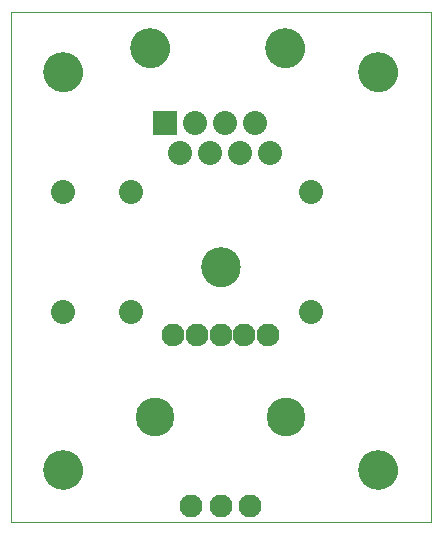
<source format=gbs>
G75*
%MOIN*%
%OFA0B0*%
%FSLAX25Y25*%
%IPPOS*%
%LPD*%
%AMOC8*
5,1,8,0,0,1.08239X$1,22.5*
%
%ADD10C,0.00000*%
%ADD11C,0.08000*%
%ADD12C,0.07687*%
%ADD13C,0.07600*%
%ADD14C,0.12868*%
%ADD15R,0.08000X0.08000*%
%ADD16C,0.13198*%
D10*
X0001000Y0001000D02*
X0001000Y0170961D01*
X0141000Y0171000D01*
X0141000Y0001000D01*
X0001000Y0001000D01*
X0012201Y0018500D02*
X0012203Y0018658D01*
X0012209Y0018816D01*
X0012219Y0018974D01*
X0012233Y0019132D01*
X0012251Y0019289D01*
X0012272Y0019446D01*
X0012298Y0019602D01*
X0012328Y0019758D01*
X0012361Y0019913D01*
X0012399Y0020066D01*
X0012440Y0020219D01*
X0012485Y0020371D01*
X0012534Y0020522D01*
X0012587Y0020671D01*
X0012643Y0020819D01*
X0012703Y0020965D01*
X0012767Y0021110D01*
X0012835Y0021253D01*
X0012906Y0021395D01*
X0012980Y0021535D01*
X0013058Y0021672D01*
X0013140Y0021808D01*
X0013224Y0021942D01*
X0013313Y0022073D01*
X0013404Y0022202D01*
X0013499Y0022329D01*
X0013596Y0022454D01*
X0013697Y0022576D01*
X0013801Y0022695D01*
X0013908Y0022812D01*
X0014018Y0022926D01*
X0014131Y0023037D01*
X0014246Y0023146D01*
X0014364Y0023251D01*
X0014485Y0023353D01*
X0014608Y0023453D01*
X0014734Y0023549D01*
X0014862Y0023642D01*
X0014992Y0023732D01*
X0015125Y0023818D01*
X0015260Y0023902D01*
X0015396Y0023981D01*
X0015535Y0024058D01*
X0015676Y0024130D01*
X0015818Y0024200D01*
X0015962Y0024265D01*
X0016108Y0024327D01*
X0016255Y0024385D01*
X0016404Y0024440D01*
X0016554Y0024491D01*
X0016705Y0024538D01*
X0016857Y0024581D01*
X0017010Y0024620D01*
X0017165Y0024656D01*
X0017320Y0024687D01*
X0017476Y0024715D01*
X0017632Y0024739D01*
X0017789Y0024759D01*
X0017947Y0024775D01*
X0018104Y0024787D01*
X0018263Y0024795D01*
X0018421Y0024799D01*
X0018579Y0024799D01*
X0018737Y0024795D01*
X0018896Y0024787D01*
X0019053Y0024775D01*
X0019211Y0024759D01*
X0019368Y0024739D01*
X0019524Y0024715D01*
X0019680Y0024687D01*
X0019835Y0024656D01*
X0019990Y0024620D01*
X0020143Y0024581D01*
X0020295Y0024538D01*
X0020446Y0024491D01*
X0020596Y0024440D01*
X0020745Y0024385D01*
X0020892Y0024327D01*
X0021038Y0024265D01*
X0021182Y0024200D01*
X0021324Y0024130D01*
X0021465Y0024058D01*
X0021604Y0023981D01*
X0021740Y0023902D01*
X0021875Y0023818D01*
X0022008Y0023732D01*
X0022138Y0023642D01*
X0022266Y0023549D01*
X0022392Y0023453D01*
X0022515Y0023353D01*
X0022636Y0023251D01*
X0022754Y0023146D01*
X0022869Y0023037D01*
X0022982Y0022926D01*
X0023092Y0022812D01*
X0023199Y0022695D01*
X0023303Y0022576D01*
X0023404Y0022454D01*
X0023501Y0022329D01*
X0023596Y0022202D01*
X0023687Y0022073D01*
X0023776Y0021942D01*
X0023860Y0021808D01*
X0023942Y0021672D01*
X0024020Y0021535D01*
X0024094Y0021395D01*
X0024165Y0021253D01*
X0024233Y0021110D01*
X0024297Y0020965D01*
X0024357Y0020819D01*
X0024413Y0020671D01*
X0024466Y0020522D01*
X0024515Y0020371D01*
X0024560Y0020219D01*
X0024601Y0020066D01*
X0024639Y0019913D01*
X0024672Y0019758D01*
X0024702Y0019602D01*
X0024728Y0019446D01*
X0024749Y0019289D01*
X0024767Y0019132D01*
X0024781Y0018974D01*
X0024791Y0018816D01*
X0024797Y0018658D01*
X0024799Y0018500D01*
X0024797Y0018342D01*
X0024791Y0018184D01*
X0024781Y0018026D01*
X0024767Y0017868D01*
X0024749Y0017711D01*
X0024728Y0017554D01*
X0024702Y0017398D01*
X0024672Y0017242D01*
X0024639Y0017087D01*
X0024601Y0016934D01*
X0024560Y0016781D01*
X0024515Y0016629D01*
X0024466Y0016478D01*
X0024413Y0016329D01*
X0024357Y0016181D01*
X0024297Y0016035D01*
X0024233Y0015890D01*
X0024165Y0015747D01*
X0024094Y0015605D01*
X0024020Y0015465D01*
X0023942Y0015328D01*
X0023860Y0015192D01*
X0023776Y0015058D01*
X0023687Y0014927D01*
X0023596Y0014798D01*
X0023501Y0014671D01*
X0023404Y0014546D01*
X0023303Y0014424D01*
X0023199Y0014305D01*
X0023092Y0014188D01*
X0022982Y0014074D01*
X0022869Y0013963D01*
X0022754Y0013854D01*
X0022636Y0013749D01*
X0022515Y0013647D01*
X0022392Y0013547D01*
X0022266Y0013451D01*
X0022138Y0013358D01*
X0022008Y0013268D01*
X0021875Y0013182D01*
X0021740Y0013098D01*
X0021604Y0013019D01*
X0021465Y0012942D01*
X0021324Y0012870D01*
X0021182Y0012800D01*
X0021038Y0012735D01*
X0020892Y0012673D01*
X0020745Y0012615D01*
X0020596Y0012560D01*
X0020446Y0012509D01*
X0020295Y0012462D01*
X0020143Y0012419D01*
X0019990Y0012380D01*
X0019835Y0012344D01*
X0019680Y0012313D01*
X0019524Y0012285D01*
X0019368Y0012261D01*
X0019211Y0012241D01*
X0019053Y0012225D01*
X0018896Y0012213D01*
X0018737Y0012205D01*
X0018579Y0012201D01*
X0018421Y0012201D01*
X0018263Y0012205D01*
X0018104Y0012213D01*
X0017947Y0012225D01*
X0017789Y0012241D01*
X0017632Y0012261D01*
X0017476Y0012285D01*
X0017320Y0012313D01*
X0017165Y0012344D01*
X0017010Y0012380D01*
X0016857Y0012419D01*
X0016705Y0012462D01*
X0016554Y0012509D01*
X0016404Y0012560D01*
X0016255Y0012615D01*
X0016108Y0012673D01*
X0015962Y0012735D01*
X0015818Y0012800D01*
X0015676Y0012870D01*
X0015535Y0012942D01*
X0015396Y0013019D01*
X0015260Y0013098D01*
X0015125Y0013182D01*
X0014992Y0013268D01*
X0014862Y0013358D01*
X0014734Y0013451D01*
X0014608Y0013547D01*
X0014485Y0013647D01*
X0014364Y0013749D01*
X0014246Y0013854D01*
X0014131Y0013963D01*
X0014018Y0014074D01*
X0013908Y0014188D01*
X0013801Y0014305D01*
X0013697Y0014424D01*
X0013596Y0014546D01*
X0013499Y0014671D01*
X0013404Y0014798D01*
X0013313Y0014927D01*
X0013224Y0015058D01*
X0013140Y0015192D01*
X0013058Y0015328D01*
X0012980Y0015465D01*
X0012906Y0015605D01*
X0012835Y0015747D01*
X0012767Y0015890D01*
X0012703Y0016035D01*
X0012643Y0016181D01*
X0012587Y0016329D01*
X0012534Y0016478D01*
X0012485Y0016629D01*
X0012440Y0016781D01*
X0012399Y0016934D01*
X0012361Y0017087D01*
X0012328Y0017242D01*
X0012298Y0017398D01*
X0012272Y0017554D01*
X0012251Y0017711D01*
X0012233Y0017868D01*
X0012219Y0018026D01*
X0012209Y0018184D01*
X0012203Y0018342D01*
X0012201Y0018500D01*
X0064701Y0086000D02*
X0064703Y0086158D01*
X0064709Y0086316D01*
X0064719Y0086474D01*
X0064733Y0086632D01*
X0064751Y0086789D01*
X0064772Y0086946D01*
X0064798Y0087102D01*
X0064828Y0087258D01*
X0064861Y0087413D01*
X0064899Y0087566D01*
X0064940Y0087719D01*
X0064985Y0087871D01*
X0065034Y0088022D01*
X0065087Y0088171D01*
X0065143Y0088319D01*
X0065203Y0088465D01*
X0065267Y0088610D01*
X0065335Y0088753D01*
X0065406Y0088895D01*
X0065480Y0089035D01*
X0065558Y0089172D01*
X0065640Y0089308D01*
X0065724Y0089442D01*
X0065813Y0089573D01*
X0065904Y0089702D01*
X0065999Y0089829D01*
X0066096Y0089954D01*
X0066197Y0090076D01*
X0066301Y0090195D01*
X0066408Y0090312D01*
X0066518Y0090426D01*
X0066631Y0090537D01*
X0066746Y0090646D01*
X0066864Y0090751D01*
X0066985Y0090853D01*
X0067108Y0090953D01*
X0067234Y0091049D01*
X0067362Y0091142D01*
X0067492Y0091232D01*
X0067625Y0091318D01*
X0067760Y0091402D01*
X0067896Y0091481D01*
X0068035Y0091558D01*
X0068176Y0091630D01*
X0068318Y0091700D01*
X0068462Y0091765D01*
X0068608Y0091827D01*
X0068755Y0091885D01*
X0068904Y0091940D01*
X0069054Y0091991D01*
X0069205Y0092038D01*
X0069357Y0092081D01*
X0069510Y0092120D01*
X0069665Y0092156D01*
X0069820Y0092187D01*
X0069976Y0092215D01*
X0070132Y0092239D01*
X0070289Y0092259D01*
X0070447Y0092275D01*
X0070604Y0092287D01*
X0070763Y0092295D01*
X0070921Y0092299D01*
X0071079Y0092299D01*
X0071237Y0092295D01*
X0071396Y0092287D01*
X0071553Y0092275D01*
X0071711Y0092259D01*
X0071868Y0092239D01*
X0072024Y0092215D01*
X0072180Y0092187D01*
X0072335Y0092156D01*
X0072490Y0092120D01*
X0072643Y0092081D01*
X0072795Y0092038D01*
X0072946Y0091991D01*
X0073096Y0091940D01*
X0073245Y0091885D01*
X0073392Y0091827D01*
X0073538Y0091765D01*
X0073682Y0091700D01*
X0073824Y0091630D01*
X0073965Y0091558D01*
X0074104Y0091481D01*
X0074240Y0091402D01*
X0074375Y0091318D01*
X0074508Y0091232D01*
X0074638Y0091142D01*
X0074766Y0091049D01*
X0074892Y0090953D01*
X0075015Y0090853D01*
X0075136Y0090751D01*
X0075254Y0090646D01*
X0075369Y0090537D01*
X0075482Y0090426D01*
X0075592Y0090312D01*
X0075699Y0090195D01*
X0075803Y0090076D01*
X0075904Y0089954D01*
X0076001Y0089829D01*
X0076096Y0089702D01*
X0076187Y0089573D01*
X0076276Y0089442D01*
X0076360Y0089308D01*
X0076442Y0089172D01*
X0076520Y0089035D01*
X0076594Y0088895D01*
X0076665Y0088753D01*
X0076733Y0088610D01*
X0076797Y0088465D01*
X0076857Y0088319D01*
X0076913Y0088171D01*
X0076966Y0088022D01*
X0077015Y0087871D01*
X0077060Y0087719D01*
X0077101Y0087566D01*
X0077139Y0087413D01*
X0077172Y0087258D01*
X0077202Y0087102D01*
X0077228Y0086946D01*
X0077249Y0086789D01*
X0077267Y0086632D01*
X0077281Y0086474D01*
X0077291Y0086316D01*
X0077297Y0086158D01*
X0077299Y0086000D01*
X0077297Y0085842D01*
X0077291Y0085684D01*
X0077281Y0085526D01*
X0077267Y0085368D01*
X0077249Y0085211D01*
X0077228Y0085054D01*
X0077202Y0084898D01*
X0077172Y0084742D01*
X0077139Y0084587D01*
X0077101Y0084434D01*
X0077060Y0084281D01*
X0077015Y0084129D01*
X0076966Y0083978D01*
X0076913Y0083829D01*
X0076857Y0083681D01*
X0076797Y0083535D01*
X0076733Y0083390D01*
X0076665Y0083247D01*
X0076594Y0083105D01*
X0076520Y0082965D01*
X0076442Y0082828D01*
X0076360Y0082692D01*
X0076276Y0082558D01*
X0076187Y0082427D01*
X0076096Y0082298D01*
X0076001Y0082171D01*
X0075904Y0082046D01*
X0075803Y0081924D01*
X0075699Y0081805D01*
X0075592Y0081688D01*
X0075482Y0081574D01*
X0075369Y0081463D01*
X0075254Y0081354D01*
X0075136Y0081249D01*
X0075015Y0081147D01*
X0074892Y0081047D01*
X0074766Y0080951D01*
X0074638Y0080858D01*
X0074508Y0080768D01*
X0074375Y0080682D01*
X0074240Y0080598D01*
X0074104Y0080519D01*
X0073965Y0080442D01*
X0073824Y0080370D01*
X0073682Y0080300D01*
X0073538Y0080235D01*
X0073392Y0080173D01*
X0073245Y0080115D01*
X0073096Y0080060D01*
X0072946Y0080009D01*
X0072795Y0079962D01*
X0072643Y0079919D01*
X0072490Y0079880D01*
X0072335Y0079844D01*
X0072180Y0079813D01*
X0072024Y0079785D01*
X0071868Y0079761D01*
X0071711Y0079741D01*
X0071553Y0079725D01*
X0071396Y0079713D01*
X0071237Y0079705D01*
X0071079Y0079701D01*
X0070921Y0079701D01*
X0070763Y0079705D01*
X0070604Y0079713D01*
X0070447Y0079725D01*
X0070289Y0079741D01*
X0070132Y0079761D01*
X0069976Y0079785D01*
X0069820Y0079813D01*
X0069665Y0079844D01*
X0069510Y0079880D01*
X0069357Y0079919D01*
X0069205Y0079962D01*
X0069054Y0080009D01*
X0068904Y0080060D01*
X0068755Y0080115D01*
X0068608Y0080173D01*
X0068462Y0080235D01*
X0068318Y0080300D01*
X0068176Y0080370D01*
X0068035Y0080442D01*
X0067896Y0080519D01*
X0067760Y0080598D01*
X0067625Y0080682D01*
X0067492Y0080768D01*
X0067362Y0080858D01*
X0067234Y0080951D01*
X0067108Y0081047D01*
X0066985Y0081147D01*
X0066864Y0081249D01*
X0066746Y0081354D01*
X0066631Y0081463D01*
X0066518Y0081574D01*
X0066408Y0081688D01*
X0066301Y0081805D01*
X0066197Y0081924D01*
X0066096Y0082046D01*
X0065999Y0082171D01*
X0065904Y0082298D01*
X0065813Y0082427D01*
X0065724Y0082558D01*
X0065640Y0082692D01*
X0065558Y0082828D01*
X0065480Y0082965D01*
X0065406Y0083105D01*
X0065335Y0083247D01*
X0065267Y0083390D01*
X0065203Y0083535D01*
X0065143Y0083681D01*
X0065087Y0083829D01*
X0065034Y0083978D01*
X0064985Y0084129D01*
X0064940Y0084281D01*
X0064899Y0084434D01*
X0064861Y0084587D01*
X0064828Y0084742D01*
X0064798Y0084898D01*
X0064772Y0085054D01*
X0064751Y0085211D01*
X0064733Y0085368D01*
X0064719Y0085526D01*
X0064709Y0085684D01*
X0064703Y0085842D01*
X0064701Y0086000D01*
X0012201Y0151000D02*
X0012203Y0151158D01*
X0012209Y0151316D01*
X0012219Y0151474D01*
X0012233Y0151632D01*
X0012251Y0151789D01*
X0012272Y0151946D01*
X0012298Y0152102D01*
X0012328Y0152258D01*
X0012361Y0152413D01*
X0012399Y0152566D01*
X0012440Y0152719D01*
X0012485Y0152871D01*
X0012534Y0153022D01*
X0012587Y0153171D01*
X0012643Y0153319D01*
X0012703Y0153465D01*
X0012767Y0153610D01*
X0012835Y0153753D01*
X0012906Y0153895D01*
X0012980Y0154035D01*
X0013058Y0154172D01*
X0013140Y0154308D01*
X0013224Y0154442D01*
X0013313Y0154573D01*
X0013404Y0154702D01*
X0013499Y0154829D01*
X0013596Y0154954D01*
X0013697Y0155076D01*
X0013801Y0155195D01*
X0013908Y0155312D01*
X0014018Y0155426D01*
X0014131Y0155537D01*
X0014246Y0155646D01*
X0014364Y0155751D01*
X0014485Y0155853D01*
X0014608Y0155953D01*
X0014734Y0156049D01*
X0014862Y0156142D01*
X0014992Y0156232D01*
X0015125Y0156318D01*
X0015260Y0156402D01*
X0015396Y0156481D01*
X0015535Y0156558D01*
X0015676Y0156630D01*
X0015818Y0156700D01*
X0015962Y0156765D01*
X0016108Y0156827D01*
X0016255Y0156885D01*
X0016404Y0156940D01*
X0016554Y0156991D01*
X0016705Y0157038D01*
X0016857Y0157081D01*
X0017010Y0157120D01*
X0017165Y0157156D01*
X0017320Y0157187D01*
X0017476Y0157215D01*
X0017632Y0157239D01*
X0017789Y0157259D01*
X0017947Y0157275D01*
X0018104Y0157287D01*
X0018263Y0157295D01*
X0018421Y0157299D01*
X0018579Y0157299D01*
X0018737Y0157295D01*
X0018896Y0157287D01*
X0019053Y0157275D01*
X0019211Y0157259D01*
X0019368Y0157239D01*
X0019524Y0157215D01*
X0019680Y0157187D01*
X0019835Y0157156D01*
X0019990Y0157120D01*
X0020143Y0157081D01*
X0020295Y0157038D01*
X0020446Y0156991D01*
X0020596Y0156940D01*
X0020745Y0156885D01*
X0020892Y0156827D01*
X0021038Y0156765D01*
X0021182Y0156700D01*
X0021324Y0156630D01*
X0021465Y0156558D01*
X0021604Y0156481D01*
X0021740Y0156402D01*
X0021875Y0156318D01*
X0022008Y0156232D01*
X0022138Y0156142D01*
X0022266Y0156049D01*
X0022392Y0155953D01*
X0022515Y0155853D01*
X0022636Y0155751D01*
X0022754Y0155646D01*
X0022869Y0155537D01*
X0022982Y0155426D01*
X0023092Y0155312D01*
X0023199Y0155195D01*
X0023303Y0155076D01*
X0023404Y0154954D01*
X0023501Y0154829D01*
X0023596Y0154702D01*
X0023687Y0154573D01*
X0023776Y0154442D01*
X0023860Y0154308D01*
X0023942Y0154172D01*
X0024020Y0154035D01*
X0024094Y0153895D01*
X0024165Y0153753D01*
X0024233Y0153610D01*
X0024297Y0153465D01*
X0024357Y0153319D01*
X0024413Y0153171D01*
X0024466Y0153022D01*
X0024515Y0152871D01*
X0024560Y0152719D01*
X0024601Y0152566D01*
X0024639Y0152413D01*
X0024672Y0152258D01*
X0024702Y0152102D01*
X0024728Y0151946D01*
X0024749Y0151789D01*
X0024767Y0151632D01*
X0024781Y0151474D01*
X0024791Y0151316D01*
X0024797Y0151158D01*
X0024799Y0151000D01*
X0024797Y0150842D01*
X0024791Y0150684D01*
X0024781Y0150526D01*
X0024767Y0150368D01*
X0024749Y0150211D01*
X0024728Y0150054D01*
X0024702Y0149898D01*
X0024672Y0149742D01*
X0024639Y0149587D01*
X0024601Y0149434D01*
X0024560Y0149281D01*
X0024515Y0149129D01*
X0024466Y0148978D01*
X0024413Y0148829D01*
X0024357Y0148681D01*
X0024297Y0148535D01*
X0024233Y0148390D01*
X0024165Y0148247D01*
X0024094Y0148105D01*
X0024020Y0147965D01*
X0023942Y0147828D01*
X0023860Y0147692D01*
X0023776Y0147558D01*
X0023687Y0147427D01*
X0023596Y0147298D01*
X0023501Y0147171D01*
X0023404Y0147046D01*
X0023303Y0146924D01*
X0023199Y0146805D01*
X0023092Y0146688D01*
X0022982Y0146574D01*
X0022869Y0146463D01*
X0022754Y0146354D01*
X0022636Y0146249D01*
X0022515Y0146147D01*
X0022392Y0146047D01*
X0022266Y0145951D01*
X0022138Y0145858D01*
X0022008Y0145768D01*
X0021875Y0145682D01*
X0021740Y0145598D01*
X0021604Y0145519D01*
X0021465Y0145442D01*
X0021324Y0145370D01*
X0021182Y0145300D01*
X0021038Y0145235D01*
X0020892Y0145173D01*
X0020745Y0145115D01*
X0020596Y0145060D01*
X0020446Y0145009D01*
X0020295Y0144962D01*
X0020143Y0144919D01*
X0019990Y0144880D01*
X0019835Y0144844D01*
X0019680Y0144813D01*
X0019524Y0144785D01*
X0019368Y0144761D01*
X0019211Y0144741D01*
X0019053Y0144725D01*
X0018896Y0144713D01*
X0018737Y0144705D01*
X0018579Y0144701D01*
X0018421Y0144701D01*
X0018263Y0144705D01*
X0018104Y0144713D01*
X0017947Y0144725D01*
X0017789Y0144741D01*
X0017632Y0144761D01*
X0017476Y0144785D01*
X0017320Y0144813D01*
X0017165Y0144844D01*
X0017010Y0144880D01*
X0016857Y0144919D01*
X0016705Y0144962D01*
X0016554Y0145009D01*
X0016404Y0145060D01*
X0016255Y0145115D01*
X0016108Y0145173D01*
X0015962Y0145235D01*
X0015818Y0145300D01*
X0015676Y0145370D01*
X0015535Y0145442D01*
X0015396Y0145519D01*
X0015260Y0145598D01*
X0015125Y0145682D01*
X0014992Y0145768D01*
X0014862Y0145858D01*
X0014734Y0145951D01*
X0014608Y0146047D01*
X0014485Y0146147D01*
X0014364Y0146249D01*
X0014246Y0146354D01*
X0014131Y0146463D01*
X0014018Y0146574D01*
X0013908Y0146688D01*
X0013801Y0146805D01*
X0013697Y0146924D01*
X0013596Y0147046D01*
X0013499Y0147171D01*
X0013404Y0147298D01*
X0013313Y0147427D01*
X0013224Y0147558D01*
X0013140Y0147692D01*
X0013058Y0147828D01*
X0012980Y0147965D01*
X0012906Y0148105D01*
X0012835Y0148247D01*
X0012767Y0148390D01*
X0012703Y0148535D01*
X0012643Y0148681D01*
X0012587Y0148829D01*
X0012534Y0148978D01*
X0012485Y0149129D01*
X0012440Y0149281D01*
X0012399Y0149434D01*
X0012361Y0149587D01*
X0012328Y0149742D01*
X0012298Y0149898D01*
X0012272Y0150054D01*
X0012251Y0150211D01*
X0012233Y0150368D01*
X0012219Y0150526D01*
X0012209Y0150684D01*
X0012203Y0150842D01*
X0012201Y0151000D01*
X0041201Y0159000D02*
X0041203Y0159158D01*
X0041209Y0159316D01*
X0041219Y0159474D01*
X0041233Y0159632D01*
X0041251Y0159789D01*
X0041272Y0159946D01*
X0041298Y0160102D01*
X0041328Y0160258D01*
X0041361Y0160413D01*
X0041399Y0160566D01*
X0041440Y0160719D01*
X0041485Y0160871D01*
X0041534Y0161022D01*
X0041587Y0161171D01*
X0041643Y0161319D01*
X0041703Y0161465D01*
X0041767Y0161610D01*
X0041835Y0161753D01*
X0041906Y0161895D01*
X0041980Y0162035D01*
X0042058Y0162172D01*
X0042140Y0162308D01*
X0042224Y0162442D01*
X0042313Y0162573D01*
X0042404Y0162702D01*
X0042499Y0162829D01*
X0042596Y0162954D01*
X0042697Y0163076D01*
X0042801Y0163195D01*
X0042908Y0163312D01*
X0043018Y0163426D01*
X0043131Y0163537D01*
X0043246Y0163646D01*
X0043364Y0163751D01*
X0043485Y0163853D01*
X0043608Y0163953D01*
X0043734Y0164049D01*
X0043862Y0164142D01*
X0043992Y0164232D01*
X0044125Y0164318D01*
X0044260Y0164402D01*
X0044396Y0164481D01*
X0044535Y0164558D01*
X0044676Y0164630D01*
X0044818Y0164700D01*
X0044962Y0164765D01*
X0045108Y0164827D01*
X0045255Y0164885D01*
X0045404Y0164940D01*
X0045554Y0164991D01*
X0045705Y0165038D01*
X0045857Y0165081D01*
X0046010Y0165120D01*
X0046165Y0165156D01*
X0046320Y0165187D01*
X0046476Y0165215D01*
X0046632Y0165239D01*
X0046789Y0165259D01*
X0046947Y0165275D01*
X0047104Y0165287D01*
X0047263Y0165295D01*
X0047421Y0165299D01*
X0047579Y0165299D01*
X0047737Y0165295D01*
X0047896Y0165287D01*
X0048053Y0165275D01*
X0048211Y0165259D01*
X0048368Y0165239D01*
X0048524Y0165215D01*
X0048680Y0165187D01*
X0048835Y0165156D01*
X0048990Y0165120D01*
X0049143Y0165081D01*
X0049295Y0165038D01*
X0049446Y0164991D01*
X0049596Y0164940D01*
X0049745Y0164885D01*
X0049892Y0164827D01*
X0050038Y0164765D01*
X0050182Y0164700D01*
X0050324Y0164630D01*
X0050465Y0164558D01*
X0050604Y0164481D01*
X0050740Y0164402D01*
X0050875Y0164318D01*
X0051008Y0164232D01*
X0051138Y0164142D01*
X0051266Y0164049D01*
X0051392Y0163953D01*
X0051515Y0163853D01*
X0051636Y0163751D01*
X0051754Y0163646D01*
X0051869Y0163537D01*
X0051982Y0163426D01*
X0052092Y0163312D01*
X0052199Y0163195D01*
X0052303Y0163076D01*
X0052404Y0162954D01*
X0052501Y0162829D01*
X0052596Y0162702D01*
X0052687Y0162573D01*
X0052776Y0162442D01*
X0052860Y0162308D01*
X0052942Y0162172D01*
X0053020Y0162035D01*
X0053094Y0161895D01*
X0053165Y0161753D01*
X0053233Y0161610D01*
X0053297Y0161465D01*
X0053357Y0161319D01*
X0053413Y0161171D01*
X0053466Y0161022D01*
X0053515Y0160871D01*
X0053560Y0160719D01*
X0053601Y0160566D01*
X0053639Y0160413D01*
X0053672Y0160258D01*
X0053702Y0160102D01*
X0053728Y0159946D01*
X0053749Y0159789D01*
X0053767Y0159632D01*
X0053781Y0159474D01*
X0053791Y0159316D01*
X0053797Y0159158D01*
X0053799Y0159000D01*
X0053797Y0158842D01*
X0053791Y0158684D01*
X0053781Y0158526D01*
X0053767Y0158368D01*
X0053749Y0158211D01*
X0053728Y0158054D01*
X0053702Y0157898D01*
X0053672Y0157742D01*
X0053639Y0157587D01*
X0053601Y0157434D01*
X0053560Y0157281D01*
X0053515Y0157129D01*
X0053466Y0156978D01*
X0053413Y0156829D01*
X0053357Y0156681D01*
X0053297Y0156535D01*
X0053233Y0156390D01*
X0053165Y0156247D01*
X0053094Y0156105D01*
X0053020Y0155965D01*
X0052942Y0155828D01*
X0052860Y0155692D01*
X0052776Y0155558D01*
X0052687Y0155427D01*
X0052596Y0155298D01*
X0052501Y0155171D01*
X0052404Y0155046D01*
X0052303Y0154924D01*
X0052199Y0154805D01*
X0052092Y0154688D01*
X0051982Y0154574D01*
X0051869Y0154463D01*
X0051754Y0154354D01*
X0051636Y0154249D01*
X0051515Y0154147D01*
X0051392Y0154047D01*
X0051266Y0153951D01*
X0051138Y0153858D01*
X0051008Y0153768D01*
X0050875Y0153682D01*
X0050740Y0153598D01*
X0050604Y0153519D01*
X0050465Y0153442D01*
X0050324Y0153370D01*
X0050182Y0153300D01*
X0050038Y0153235D01*
X0049892Y0153173D01*
X0049745Y0153115D01*
X0049596Y0153060D01*
X0049446Y0153009D01*
X0049295Y0152962D01*
X0049143Y0152919D01*
X0048990Y0152880D01*
X0048835Y0152844D01*
X0048680Y0152813D01*
X0048524Y0152785D01*
X0048368Y0152761D01*
X0048211Y0152741D01*
X0048053Y0152725D01*
X0047896Y0152713D01*
X0047737Y0152705D01*
X0047579Y0152701D01*
X0047421Y0152701D01*
X0047263Y0152705D01*
X0047104Y0152713D01*
X0046947Y0152725D01*
X0046789Y0152741D01*
X0046632Y0152761D01*
X0046476Y0152785D01*
X0046320Y0152813D01*
X0046165Y0152844D01*
X0046010Y0152880D01*
X0045857Y0152919D01*
X0045705Y0152962D01*
X0045554Y0153009D01*
X0045404Y0153060D01*
X0045255Y0153115D01*
X0045108Y0153173D01*
X0044962Y0153235D01*
X0044818Y0153300D01*
X0044676Y0153370D01*
X0044535Y0153442D01*
X0044396Y0153519D01*
X0044260Y0153598D01*
X0044125Y0153682D01*
X0043992Y0153768D01*
X0043862Y0153858D01*
X0043734Y0153951D01*
X0043608Y0154047D01*
X0043485Y0154147D01*
X0043364Y0154249D01*
X0043246Y0154354D01*
X0043131Y0154463D01*
X0043018Y0154574D01*
X0042908Y0154688D01*
X0042801Y0154805D01*
X0042697Y0154924D01*
X0042596Y0155046D01*
X0042499Y0155171D01*
X0042404Y0155298D01*
X0042313Y0155427D01*
X0042224Y0155558D01*
X0042140Y0155692D01*
X0042058Y0155828D01*
X0041980Y0155965D01*
X0041906Y0156105D01*
X0041835Y0156247D01*
X0041767Y0156390D01*
X0041703Y0156535D01*
X0041643Y0156681D01*
X0041587Y0156829D01*
X0041534Y0156978D01*
X0041485Y0157129D01*
X0041440Y0157281D01*
X0041399Y0157434D01*
X0041361Y0157587D01*
X0041328Y0157742D01*
X0041298Y0157898D01*
X0041272Y0158054D01*
X0041251Y0158211D01*
X0041233Y0158368D01*
X0041219Y0158526D01*
X0041209Y0158684D01*
X0041203Y0158842D01*
X0041201Y0159000D01*
X0086201Y0159000D02*
X0086203Y0159158D01*
X0086209Y0159316D01*
X0086219Y0159474D01*
X0086233Y0159632D01*
X0086251Y0159789D01*
X0086272Y0159946D01*
X0086298Y0160102D01*
X0086328Y0160258D01*
X0086361Y0160413D01*
X0086399Y0160566D01*
X0086440Y0160719D01*
X0086485Y0160871D01*
X0086534Y0161022D01*
X0086587Y0161171D01*
X0086643Y0161319D01*
X0086703Y0161465D01*
X0086767Y0161610D01*
X0086835Y0161753D01*
X0086906Y0161895D01*
X0086980Y0162035D01*
X0087058Y0162172D01*
X0087140Y0162308D01*
X0087224Y0162442D01*
X0087313Y0162573D01*
X0087404Y0162702D01*
X0087499Y0162829D01*
X0087596Y0162954D01*
X0087697Y0163076D01*
X0087801Y0163195D01*
X0087908Y0163312D01*
X0088018Y0163426D01*
X0088131Y0163537D01*
X0088246Y0163646D01*
X0088364Y0163751D01*
X0088485Y0163853D01*
X0088608Y0163953D01*
X0088734Y0164049D01*
X0088862Y0164142D01*
X0088992Y0164232D01*
X0089125Y0164318D01*
X0089260Y0164402D01*
X0089396Y0164481D01*
X0089535Y0164558D01*
X0089676Y0164630D01*
X0089818Y0164700D01*
X0089962Y0164765D01*
X0090108Y0164827D01*
X0090255Y0164885D01*
X0090404Y0164940D01*
X0090554Y0164991D01*
X0090705Y0165038D01*
X0090857Y0165081D01*
X0091010Y0165120D01*
X0091165Y0165156D01*
X0091320Y0165187D01*
X0091476Y0165215D01*
X0091632Y0165239D01*
X0091789Y0165259D01*
X0091947Y0165275D01*
X0092104Y0165287D01*
X0092263Y0165295D01*
X0092421Y0165299D01*
X0092579Y0165299D01*
X0092737Y0165295D01*
X0092896Y0165287D01*
X0093053Y0165275D01*
X0093211Y0165259D01*
X0093368Y0165239D01*
X0093524Y0165215D01*
X0093680Y0165187D01*
X0093835Y0165156D01*
X0093990Y0165120D01*
X0094143Y0165081D01*
X0094295Y0165038D01*
X0094446Y0164991D01*
X0094596Y0164940D01*
X0094745Y0164885D01*
X0094892Y0164827D01*
X0095038Y0164765D01*
X0095182Y0164700D01*
X0095324Y0164630D01*
X0095465Y0164558D01*
X0095604Y0164481D01*
X0095740Y0164402D01*
X0095875Y0164318D01*
X0096008Y0164232D01*
X0096138Y0164142D01*
X0096266Y0164049D01*
X0096392Y0163953D01*
X0096515Y0163853D01*
X0096636Y0163751D01*
X0096754Y0163646D01*
X0096869Y0163537D01*
X0096982Y0163426D01*
X0097092Y0163312D01*
X0097199Y0163195D01*
X0097303Y0163076D01*
X0097404Y0162954D01*
X0097501Y0162829D01*
X0097596Y0162702D01*
X0097687Y0162573D01*
X0097776Y0162442D01*
X0097860Y0162308D01*
X0097942Y0162172D01*
X0098020Y0162035D01*
X0098094Y0161895D01*
X0098165Y0161753D01*
X0098233Y0161610D01*
X0098297Y0161465D01*
X0098357Y0161319D01*
X0098413Y0161171D01*
X0098466Y0161022D01*
X0098515Y0160871D01*
X0098560Y0160719D01*
X0098601Y0160566D01*
X0098639Y0160413D01*
X0098672Y0160258D01*
X0098702Y0160102D01*
X0098728Y0159946D01*
X0098749Y0159789D01*
X0098767Y0159632D01*
X0098781Y0159474D01*
X0098791Y0159316D01*
X0098797Y0159158D01*
X0098799Y0159000D01*
X0098797Y0158842D01*
X0098791Y0158684D01*
X0098781Y0158526D01*
X0098767Y0158368D01*
X0098749Y0158211D01*
X0098728Y0158054D01*
X0098702Y0157898D01*
X0098672Y0157742D01*
X0098639Y0157587D01*
X0098601Y0157434D01*
X0098560Y0157281D01*
X0098515Y0157129D01*
X0098466Y0156978D01*
X0098413Y0156829D01*
X0098357Y0156681D01*
X0098297Y0156535D01*
X0098233Y0156390D01*
X0098165Y0156247D01*
X0098094Y0156105D01*
X0098020Y0155965D01*
X0097942Y0155828D01*
X0097860Y0155692D01*
X0097776Y0155558D01*
X0097687Y0155427D01*
X0097596Y0155298D01*
X0097501Y0155171D01*
X0097404Y0155046D01*
X0097303Y0154924D01*
X0097199Y0154805D01*
X0097092Y0154688D01*
X0096982Y0154574D01*
X0096869Y0154463D01*
X0096754Y0154354D01*
X0096636Y0154249D01*
X0096515Y0154147D01*
X0096392Y0154047D01*
X0096266Y0153951D01*
X0096138Y0153858D01*
X0096008Y0153768D01*
X0095875Y0153682D01*
X0095740Y0153598D01*
X0095604Y0153519D01*
X0095465Y0153442D01*
X0095324Y0153370D01*
X0095182Y0153300D01*
X0095038Y0153235D01*
X0094892Y0153173D01*
X0094745Y0153115D01*
X0094596Y0153060D01*
X0094446Y0153009D01*
X0094295Y0152962D01*
X0094143Y0152919D01*
X0093990Y0152880D01*
X0093835Y0152844D01*
X0093680Y0152813D01*
X0093524Y0152785D01*
X0093368Y0152761D01*
X0093211Y0152741D01*
X0093053Y0152725D01*
X0092896Y0152713D01*
X0092737Y0152705D01*
X0092579Y0152701D01*
X0092421Y0152701D01*
X0092263Y0152705D01*
X0092104Y0152713D01*
X0091947Y0152725D01*
X0091789Y0152741D01*
X0091632Y0152761D01*
X0091476Y0152785D01*
X0091320Y0152813D01*
X0091165Y0152844D01*
X0091010Y0152880D01*
X0090857Y0152919D01*
X0090705Y0152962D01*
X0090554Y0153009D01*
X0090404Y0153060D01*
X0090255Y0153115D01*
X0090108Y0153173D01*
X0089962Y0153235D01*
X0089818Y0153300D01*
X0089676Y0153370D01*
X0089535Y0153442D01*
X0089396Y0153519D01*
X0089260Y0153598D01*
X0089125Y0153682D01*
X0088992Y0153768D01*
X0088862Y0153858D01*
X0088734Y0153951D01*
X0088608Y0154047D01*
X0088485Y0154147D01*
X0088364Y0154249D01*
X0088246Y0154354D01*
X0088131Y0154463D01*
X0088018Y0154574D01*
X0087908Y0154688D01*
X0087801Y0154805D01*
X0087697Y0154924D01*
X0087596Y0155046D01*
X0087499Y0155171D01*
X0087404Y0155298D01*
X0087313Y0155427D01*
X0087224Y0155558D01*
X0087140Y0155692D01*
X0087058Y0155828D01*
X0086980Y0155965D01*
X0086906Y0156105D01*
X0086835Y0156247D01*
X0086767Y0156390D01*
X0086703Y0156535D01*
X0086643Y0156681D01*
X0086587Y0156829D01*
X0086534Y0156978D01*
X0086485Y0157129D01*
X0086440Y0157281D01*
X0086399Y0157434D01*
X0086361Y0157587D01*
X0086328Y0157742D01*
X0086298Y0157898D01*
X0086272Y0158054D01*
X0086251Y0158211D01*
X0086233Y0158368D01*
X0086219Y0158526D01*
X0086209Y0158684D01*
X0086203Y0158842D01*
X0086201Y0159000D01*
X0117201Y0151000D02*
X0117203Y0151158D01*
X0117209Y0151316D01*
X0117219Y0151474D01*
X0117233Y0151632D01*
X0117251Y0151789D01*
X0117272Y0151946D01*
X0117298Y0152102D01*
X0117328Y0152258D01*
X0117361Y0152413D01*
X0117399Y0152566D01*
X0117440Y0152719D01*
X0117485Y0152871D01*
X0117534Y0153022D01*
X0117587Y0153171D01*
X0117643Y0153319D01*
X0117703Y0153465D01*
X0117767Y0153610D01*
X0117835Y0153753D01*
X0117906Y0153895D01*
X0117980Y0154035D01*
X0118058Y0154172D01*
X0118140Y0154308D01*
X0118224Y0154442D01*
X0118313Y0154573D01*
X0118404Y0154702D01*
X0118499Y0154829D01*
X0118596Y0154954D01*
X0118697Y0155076D01*
X0118801Y0155195D01*
X0118908Y0155312D01*
X0119018Y0155426D01*
X0119131Y0155537D01*
X0119246Y0155646D01*
X0119364Y0155751D01*
X0119485Y0155853D01*
X0119608Y0155953D01*
X0119734Y0156049D01*
X0119862Y0156142D01*
X0119992Y0156232D01*
X0120125Y0156318D01*
X0120260Y0156402D01*
X0120396Y0156481D01*
X0120535Y0156558D01*
X0120676Y0156630D01*
X0120818Y0156700D01*
X0120962Y0156765D01*
X0121108Y0156827D01*
X0121255Y0156885D01*
X0121404Y0156940D01*
X0121554Y0156991D01*
X0121705Y0157038D01*
X0121857Y0157081D01*
X0122010Y0157120D01*
X0122165Y0157156D01*
X0122320Y0157187D01*
X0122476Y0157215D01*
X0122632Y0157239D01*
X0122789Y0157259D01*
X0122947Y0157275D01*
X0123104Y0157287D01*
X0123263Y0157295D01*
X0123421Y0157299D01*
X0123579Y0157299D01*
X0123737Y0157295D01*
X0123896Y0157287D01*
X0124053Y0157275D01*
X0124211Y0157259D01*
X0124368Y0157239D01*
X0124524Y0157215D01*
X0124680Y0157187D01*
X0124835Y0157156D01*
X0124990Y0157120D01*
X0125143Y0157081D01*
X0125295Y0157038D01*
X0125446Y0156991D01*
X0125596Y0156940D01*
X0125745Y0156885D01*
X0125892Y0156827D01*
X0126038Y0156765D01*
X0126182Y0156700D01*
X0126324Y0156630D01*
X0126465Y0156558D01*
X0126604Y0156481D01*
X0126740Y0156402D01*
X0126875Y0156318D01*
X0127008Y0156232D01*
X0127138Y0156142D01*
X0127266Y0156049D01*
X0127392Y0155953D01*
X0127515Y0155853D01*
X0127636Y0155751D01*
X0127754Y0155646D01*
X0127869Y0155537D01*
X0127982Y0155426D01*
X0128092Y0155312D01*
X0128199Y0155195D01*
X0128303Y0155076D01*
X0128404Y0154954D01*
X0128501Y0154829D01*
X0128596Y0154702D01*
X0128687Y0154573D01*
X0128776Y0154442D01*
X0128860Y0154308D01*
X0128942Y0154172D01*
X0129020Y0154035D01*
X0129094Y0153895D01*
X0129165Y0153753D01*
X0129233Y0153610D01*
X0129297Y0153465D01*
X0129357Y0153319D01*
X0129413Y0153171D01*
X0129466Y0153022D01*
X0129515Y0152871D01*
X0129560Y0152719D01*
X0129601Y0152566D01*
X0129639Y0152413D01*
X0129672Y0152258D01*
X0129702Y0152102D01*
X0129728Y0151946D01*
X0129749Y0151789D01*
X0129767Y0151632D01*
X0129781Y0151474D01*
X0129791Y0151316D01*
X0129797Y0151158D01*
X0129799Y0151000D01*
X0129797Y0150842D01*
X0129791Y0150684D01*
X0129781Y0150526D01*
X0129767Y0150368D01*
X0129749Y0150211D01*
X0129728Y0150054D01*
X0129702Y0149898D01*
X0129672Y0149742D01*
X0129639Y0149587D01*
X0129601Y0149434D01*
X0129560Y0149281D01*
X0129515Y0149129D01*
X0129466Y0148978D01*
X0129413Y0148829D01*
X0129357Y0148681D01*
X0129297Y0148535D01*
X0129233Y0148390D01*
X0129165Y0148247D01*
X0129094Y0148105D01*
X0129020Y0147965D01*
X0128942Y0147828D01*
X0128860Y0147692D01*
X0128776Y0147558D01*
X0128687Y0147427D01*
X0128596Y0147298D01*
X0128501Y0147171D01*
X0128404Y0147046D01*
X0128303Y0146924D01*
X0128199Y0146805D01*
X0128092Y0146688D01*
X0127982Y0146574D01*
X0127869Y0146463D01*
X0127754Y0146354D01*
X0127636Y0146249D01*
X0127515Y0146147D01*
X0127392Y0146047D01*
X0127266Y0145951D01*
X0127138Y0145858D01*
X0127008Y0145768D01*
X0126875Y0145682D01*
X0126740Y0145598D01*
X0126604Y0145519D01*
X0126465Y0145442D01*
X0126324Y0145370D01*
X0126182Y0145300D01*
X0126038Y0145235D01*
X0125892Y0145173D01*
X0125745Y0145115D01*
X0125596Y0145060D01*
X0125446Y0145009D01*
X0125295Y0144962D01*
X0125143Y0144919D01*
X0124990Y0144880D01*
X0124835Y0144844D01*
X0124680Y0144813D01*
X0124524Y0144785D01*
X0124368Y0144761D01*
X0124211Y0144741D01*
X0124053Y0144725D01*
X0123896Y0144713D01*
X0123737Y0144705D01*
X0123579Y0144701D01*
X0123421Y0144701D01*
X0123263Y0144705D01*
X0123104Y0144713D01*
X0122947Y0144725D01*
X0122789Y0144741D01*
X0122632Y0144761D01*
X0122476Y0144785D01*
X0122320Y0144813D01*
X0122165Y0144844D01*
X0122010Y0144880D01*
X0121857Y0144919D01*
X0121705Y0144962D01*
X0121554Y0145009D01*
X0121404Y0145060D01*
X0121255Y0145115D01*
X0121108Y0145173D01*
X0120962Y0145235D01*
X0120818Y0145300D01*
X0120676Y0145370D01*
X0120535Y0145442D01*
X0120396Y0145519D01*
X0120260Y0145598D01*
X0120125Y0145682D01*
X0119992Y0145768D01*
X0119862Y0145858D01*
X0119734Y0145951D01*
X0119608Y0146047D01*
X0119485Y0146147D01*
X0119364Y0146249D01*
X0119246Y0146354D01*
X0119131Y0146463D01*
X0119018Y0146574D01*
X0118908Y0146688D01*
X0118801Y0146805D01*
X0118697Y0146924D01*
X0118596Y0147046D01*
X0118499Y0147171D01*
X0118404Y0147298D01*
X0118313Y0147427D01*
X0118224Y0147558D01*
X0118140Y0147692D01*
X0118058Y0147828D01*
X0117980Y0147965D01*
X0117906Y0148105D01*
X0117835Y0148247D01*
X0117767Y0148390D01*
X0117703Y0148535D01*
X0117643Y0148681D01*
X0117587Y0148829D01*
X0117534Y0148978D01*
X0117485Y0149129D01*
X0117440Y0149281D01*
X0117399Y0149434D01*
X0117361Y0149587D01*
X0117328Y0149742D01*
X0117298Y0149898D01*
X0117272Y0150054D01*
X0117251Y0150211D01*
X0117233Y0150368D01*
X0117219Y0150526D01*
X0117209Y0150684D01*
X0117203Y0150842D01*
X0117201Y0151000D01*
X0117201Y0018500D02*
X0117203Y0018658D01*
X0117209Y0018816D01*
X0117219Y0018974D01*
X0117233Y0019132D01*
X0117251Y0019289D01*
X0117272Y0019446D01*
X0117298Y0019602D01*
X0117328Y0019758D01*
X0117361Y0019913D01*
X0117399Y0020066D01*
X0117440Y0020219D01*
X0117485Y0020371D01*
X0117534Y0020522D01*
X0117587Y0020671D01*
X0117643Y0020819D01*
X0117703Y0020965D01*
X0117767Y0021110D01*
X0117835Y0021253D01*
X0117906Y0021395D01*
X0117980Y0021535D01*
X0118058Y0021672D01*
X0118140Y0021808D01*
X0118224Y0021942D01*
X0118313Y0022073D01*
X0118404Y0022202D01*
X0118499Y0022329D01*
X0118596Y0022454D01*
X0118697Y0022576D01*
X0118801Y0022695D01*
X0118908Y0022812D01*
X0119018Y0022926D01*
X0119131Y0023037D01*
X0119246Y0023146D01*
X0119364Y0023251D01*
X0119485Y0023353D01*
X0119608Y0023453D01*
X0119734Y0023549D01*
X0119862Y0023642D01*
X0119992Y0023732D01*
X0120125Y0023818D01*
X0120260Y0023902D01*
X0120396Y0023981D01*
X0120535Y0024058D01*
X0120676Y0024130D01*
X0120818Y0024200D01*
X0120962Y0024265D01*
X0121108Y0024327D01*
X0121255Y0024385D01*
X0121404Y0024440D01*
X0121554Y0024491D01*
X0121705Y0024538D01*
X0121857Y0024581D01*
X0122010Y0024620D01*
X0122165Y0024656D01*
X0122320Y0024687D01*
X0122476Y0024715D01*
X0122632Y0024739D01*
X0122789Y0024759D01*
X0122947Y0024775D01*
X0123104Y0024787D01*
X0123263Y0024795D01*
X0123421Y0024799D01*
X0123579Y0024799D01*
X0123737Y0024795D01*
X0123896Y0024787D01*
X0124053Y0024775D01*
X0124211Y0024759D01*
X0124368Y0024739D01*
X0124524Y0024715D01*
X0124680Y0024687D01*
X0124835Y0024656D01*
X0124990Y0024620D01*
X0125143Y0024581D01*
X0125295Y0024538D01*
X0125446Y0024491D01*
X0125596Y0024440D01*
X0125745Y0024385D01*
X0125892Y0024327D01*
X0126038Y0024265D01*
X0126182Y0024200D01*
X0126324Y0024130D01*
X0126465Y0024058D01*
X0126604Y0023981D01*
X0126740Y0023902D01*
X0126875Y0023818D01*
X0127008Y0023732D01*
X0127138Y0023642D01*
X0127266Y0023549D01*
X0127392Y0023453D01*
X0127515Y0023353D01*
X0127636Y0023251D01*
X0127754Y0023146D01*
X0127869Y0023037D01*
X0127982Y0022926D01*
X0128092Y0022812D01*
X0128199Y0022695D01*
X0128303Y0022576D01*
X0128404Y0022454D01*
X0128501Y0022329D01*
X0128596Y0022202D01*
X0128687Y0022073D01*
X0128776Y0021942D01*
X0128860Y0021808D01*
X0128942Y0021672D01*
X0129020Y0021535D01*
X0129094Y0021395D01*
X0129165Y0021253D01*
X0129233Y0021110D01*
X0129297Y0020965D01*
X0129357Y0020819D01*
X0129413Y0020671D01*
X0129466Y0020522D01*
X0129515Y0020371D01*
X0129560Y0020219D01*
X0129601Y0020066D01*
X0129639Y0019913D01*
X0129672Y0019758D01*
X0129702Y0019602D01*
X0129728Y0019446D01*
X0129749Y0019289D01*
X0129767Y0019132D01*
X0129781Y0018974D01*
X0129791Y0018816D01*
X0129797Y0018658D01*
X0129799Y0018500D01*
X0129797Y0018342D01*
X0129791Y0018184D01*
X0129781Y0018026D01*
X0129767Y0017868D01*
X0129749Y0017711D01*
X0129728Y0017554D01*
X0129702Y0017398D01*
X0129672Y0017242D01*
X0129639Y0017087D01*
X0129601Y0016934D01*
X0129560Y0016781D01*
X0129515Y0016629D01*
X0129466Y0016478D01*
X0129413Y0016329D01*
X0129357Y0016181D01*
X0129297Y0016035D01*
X0129233Y0015890D01*
X0129165Y0015747D01*
X0129094Y0015605D01*
X0129020Y0015465D01*
X0128942Y0015328D01*
X0128860Y0015192D01*
X0128776Y0015058D01*
X0128687Y0014927D01*
X0128596Y0014798D01*
X0128501Y0014671D01*
X0128404Y0014546D01*
X0128303Y0014424D01*
X0128199Y0014305D01*
X0128092Y0014188D01*
X0127982Y0014074D01*
X0127869Y0013963D01*
X0127754Y0013854D01*
X0127636Y0013749D01*
X0127515Y0013647D01*
X0127392Y0013547D01*
X0127266Y0013451D01*
X0127138Y0013358D01*
X0127008Y0013268D01*
X0126875Y0013182D01*
X0126740Y0013098D01*
X0126604Y0013019D01*
X0126465Y0012942D01*
X0126324Y0012870D01*
X0126182Y0012800D01*
X0126038Y0012735D01*
X0125892Y0012673D01*
X0125745Y0012615D01*
X0125596Y0012560D01*
X0125446Y0012509D01*
X0125295Y0012462D01*
X0125143Y0012419D01*
X0124990Y0012380D01*
X0124835Y0012344D01*
X0124680Y0012313D01*
X0124524Y0012285D01*
X0124368Y0012261D01*
X0124211Y0012241D01*
X0124053Y0012225D01*
X0123896Y0012213D01*
X0123737Y0012205D01*
X0123579Y0012201D01*
X0123421Y0012201D01*
X0123263Y0012205D01*
X0123104Y0012213D01*
X0122947Y0012225D01*
X0122789Y0012241D01*
X0122632Y0012261D01*
X0122476Y0012285D01*
X0122320Y0012313D01*
X0122165Y0012344D01*
X0122010Y0012380D01*
X0121857Y0012419D01*
X0121705Y0012462D01*
X0121554Y0012509D01*
X0121404Y0012560D01*
X0121255Y0012615D01*
X0121108Y0012673D01*
X0120962Y0012735D01*
X0120818Y0012800D01*
X0120676Y0012870D01*
X0120535Y0012942D01*
X0120396Y0013019D01*
X0120260Y0013098D01*
X0120125Y0013182D01*
X0119992Y0013268D01*
X0119862Y0013358D01*
X0119734Y0013451D01*
X0119608Y0013547D01*
X0119485Y0013647D01*
X0119364Y0013749D01*
X0119246Y0013854D01*
X0119131Y0013963D01*
X0119018Y0014074D01*
X0118908Y0014188D01*
X0118801Y0014305D01*
X0118697Y0014424D01*
X0118596Y0014546D01*
X0118499Y0014671D01*
X0118404Y0014798D01*
X0118313Y0014927D01*
X0118224Y0015058D01*
X0118140Y0015192D01*
X0118058Y0015328D01*
X0117980Y0015465D01*
X0117906Y0015605D01*
X0117835Y0015747D01*
X0117767Y0015890D01*
X0117703Y0016035D01*
X0117643Y0016181D01*
X0117587Y0016329D01*
X0117534Y0016478D01*
X0117485Y0016629D01*
X0117440Y0016781D01*
X0117399Y0016934D01*
X0117361Y0017087D01*
X0117328Y0017242D01*
X0117298Y0017398D01*
X0117272Y0017554D01*
X0117251Y0017711D01*
X0117233Y0017868D01*
X0117219Y0018026D01*
X0117209Y0018184D01*
X0117203Y0018342D01*
X0117201Y0018500D01*
D11*
X0101000Y0071000D03*
X0101000Y0111000D03*
X0087500Y0124000D03*
X0082500Y0134000D03*
X0077500Y0124000D03*
X0072500Y0134000D03*
X0067500Y0124000D03*
X0062500Y0134000D03*
X0057500Y0124000D03*
X0041000Y0111000D03*
X0018500Y0111000D03*
X0018500Y0071000D03*
X0041000Y0071000D03*
D12*
X0061157Y0006472D03*
X0071000Y0006472D03*
X0080843Y0006472D03*
D13*
X0078874Y0063559D03*
X0071000Y0063559D03*
X0063126Y0063559D03*
X0055252Y0063559D03*
X0086748Y0063559D03*
D14*
X0092850Y0036000D03*
X0049150Y0036000D03*
D15*
X0052500Y0134000D03*
D16*
X0047500Y0159000D03*
X0018500Y0151000D03*
X0071000Y0086000D03*
X0092500Y0159000D03*
X0123500Y0151000D03*
X0123500Y0018500D03*
X0018500Y0018500D03*
M02*

</source>
